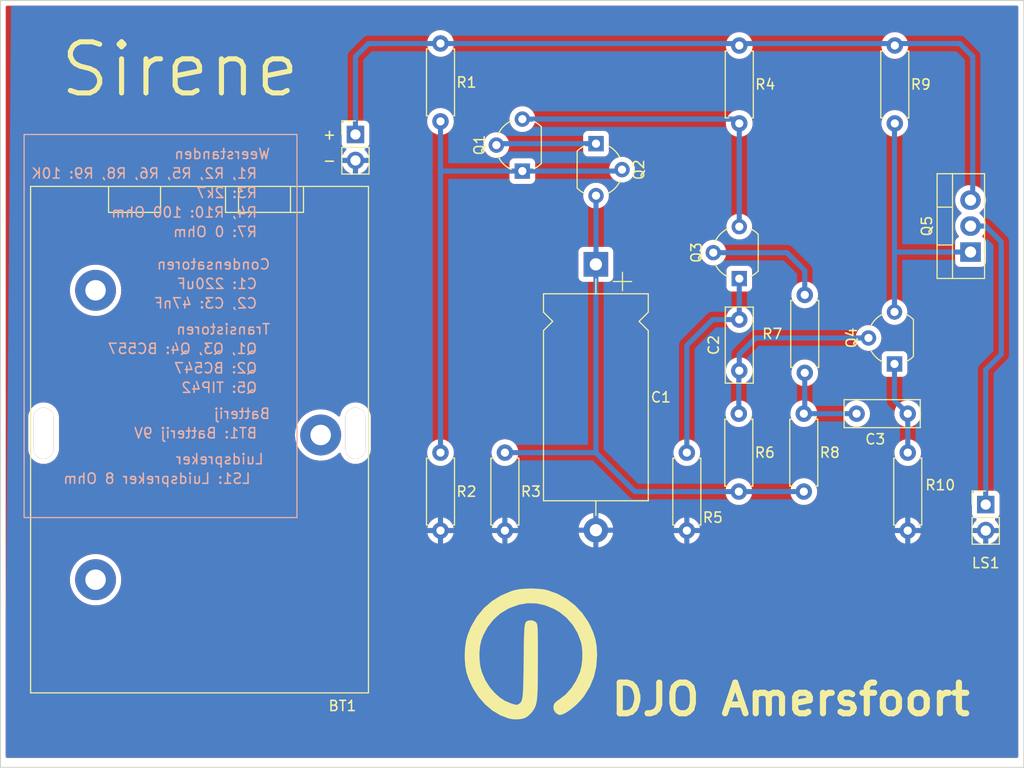
<source format=kicad_pcb>
(kicad_pcb (version 20211014) (generator pcbnew)
  (layers (0 "F.Cu" signal) (31 "B.Cu" signal) (34 "B.Paste" user) (35 "F.Paste" user) (36 "B.SilkS" user "B.Silkscreen") (37 "F.SilkS" user "F.Silkscreen") (38 "B.Mask" user) (39 "F.Mask" user) (44 "Edge.Cuts" user))
  (net 0 "")
  (net 1 "Net-(BT1-Pad1)")
  (net 2 "Net-(C1-Pad1)")
  (net 3 "Net-(C2-Pad2)")
  (net 4 "Net-(C2-Pad1)")
  (net 5 "Net-(C3-Pad2)")
  (net 6 "Net-(C3-Pad1)")
  (net 7 "Net-(LS1-Pad1)")
  (net 8 "Net-(Q1-Pad1)")
  (net 9 "Net-(Q1-Pad3)")
  (net 10 "Net-(Q1-Pad2)")
  (net 11 "Net-(Q4-Pad3)")
  (net 12 "GND")
  (net 13 "Net-(Q3-Pad2)")
  (footprint "Resistor_THT:R_Axial_DIN0207_L6.3mm_D2.5mm_P7.62mm_Horizontal" (layer "F.Cu") (at 103.505 65.405 -90)
    (fp_text reference "R8" (at 3.81 -2.54 180) (layer "F.SilkS"))
    (fp_text value "10k")
    (fp_line (start 7.08 -1.37) (end 7.08 -1.04) (layer "F.SilkS") (width 0.12))
    (fp_line (start 7.08 1.37) (end 7.08 1.04) (layer "F.SilkS") (width 0.12))
    (fp_line (start 0.54 -1.37) (end 7.08 -1.37) (layer "F.SilkS") (width 0.12))
    (fp_line (start 0.54 1.37) (end 7.08 1.37) (layer "F.SilkS") (width 0.12))
    (fp_line (start 0.54 1.04) (end 0.54 1.37) (layer "F.SilkS") (width 0.12))
    (fp_line (start 0.54 -1.04) (end 0.54 -1.37) (layer "F.SilkS") (width 0.12))
    (pad "1" thru_hole circle locked (at 0 0 270) (size 1.6 1.6) (drill 0.8) (layers *.Cu *.Mask) (net 5 "Net-(C3-Pad2)"))
    (pad "2" thru_hole oval locked (at 7.62 0 270) (size 1.6 1.6) (drill 0.8) (layers *.Cu *.Mask) (net 2 "Net-(C1-Pad1)"))
  )
  (footprint "Resistor_THT:R_Axial_DIN0207_L6.3mm_D2.5mm_P7.62mm_Horizontal" (layer "F.Cu") (at 112.4 29.4 -90)
    (fp_text reference "R9" (at 3.81 -2.54 180) (layer "F.SilkS"))
    (fp_text value "10k")
    (fp_line (start 0.54 -1.04) (end 0.54 -1.37) (layer "F.SilkS") (width 0.12))
    (fp_line (start 0.54 1.04) (end 0.54 1.37) (layer "F.SilkS") (width 0.12))
    (fp_line (start 0.54 -1.37) (end 7.08 -1.37) (layer "F.SilkS") (width 0.12))
    (fp_line (start 7.08 -1.37) (end 7.08 -1.04) (layer "F.SilkS") (width 0.12))
    (fp_line (start 0.54 1.37) (end 7.08 1.37) (layer "F.SilkS") (width 0.12))
    (fp_line (start 7.08 1.37) (end 7.08 1.04) (layer "F.SilkS") (width 0.12))
    (pad "1" thru_hole circle locked (at 0 0 270) (size 1.6 1.6) (drill 0.8) (layers *.Cu *.Mask) (net 1 "Net-(BT1-Pad1)"))
    (pad "2" thru_hole oval locked (at 7.62 0 270) (size 1.6 1.6) (drill 0.8) (layers *.Cu *.Mask) (net 11 "Net-(Q4-Pad3)"))
  )
  (footprint "Connector_PinHeader_2.54mm:PinHeader_1x02_P2.54mm_Vertical" (layer "F.Cu") (at 121.285 74.295)
    (fp_text reference "LS1" (at 0 5.715) (layer "F.SilkS"))
    (fp_text value "8 Ohm")
    (fp_line (start -1.33 3.87) (end 1.33 3.87) (layer "F.SilkS") (width 0.12))
    (fp_line (start -1.33 1.27) (end 1.33 1.27) (layer "F.SilkS") (width 0.12))
    (fp_line (start -1.33 -1.33) (end 0 -1.33) (layer "F.SilkS") (width 0.12))
    (fp_line (start -1.33 1.27) (end -1.33 3.87) (layer "F.SilkS") (width 0.12))
    (fp_line (start -1.33 0) (end -1.33 -1.33) (layer "F.SilkS") (width 0.12))
    (fp_line (start 1.33 1.27) (end 1.33 3.87) (layer "F.SilkS") (width 0.12))
    (pad "1" thru_hole rect locked (at 0 0) (size 1.7 1.7) (drill 1) (layers *.Cu *.Mask) (net 7 "Net-(LS1-Pad1)"))
    (pad "2" thru_hole oval locked (at 0 2.54) (size 1.7 1.7) (drill 1) (layers *.Cu *.Mask) (net 12 "GND"))
  )
  (footprint "Package_TO_SOT_THT:TO-92_Wide" (layer "F.Cu") (at 97.2 52.2 90)
    (fp_text reference "Q3" (at 2.55 -4.19 90) (layer "F.SilkS"))
    (fp_text value "BC557")
    (fp_line (start 0.74 1.85) (end 4.34 1.85) (layer "F.SilkS") (width 0.12))
    (fp_arc (start 0.172801 -1.103842) (mid 0.678995 -1.832692) (end 1.4 -2.35) (layer "F.SilkS") (width 0.12))
    (fp_arc (start 0.74 1.85) (mid 0.446097 1.509328) (end 0.215816 1.122795) (layer "F.SilkS") (width 0.12))
    (fp_arc (start 4.864184 1.122795) (mid 4.633903 1.509328) (end 4.34 1.85) (layer "F.SilkS") (width 0.12))
    (fp_arc (start 3.65 -2.35) (mid 4.382279 -1.833196) (end 4.895458 -1.098371) (layer "F.SilkS") (width 0.12))
    (pad "1" thru_hole rect (at 0 0 90) (size 1.5 1.5) (drill 0.8) (layers *.Cu *.Mask) (net 3 "Net-(C2-Pad2)"))
    (pad "2" thru_hole circle (at 2.54 -2.54 90) (size 1.5 1.5) (drill 0.8) (layers *.Cu *.Mask) (net 13 "Net-(Q3-Pad2)"))
    (pad "3" thru_hole circle (at 5.08 0 90) (size 1.5 1.5) (drill 0.8) (layers *.Cu *.Mask) (net 9 "Net-(Q1-Pad3)"))
  )
  (footprint "Capacitor_THT:C_Rect_L7.2mm_W2.5mm_P5.00mm_FKS2_FKP2_MKS2_MKP2" (layer "F.Cu") (at 97.2 61.2 90)
    (fp_text reference "C2" (at 2.5 -2.5 90) (layer "F.SilkS"))
    (fp_text value "47n")
    (fp_line (start -1.22 -1.37) (end -1.22 1.37) (layer "F.SilkS") (width 0.12))
    (fp_line (start 6.22 -1.37) (end 6.22 1.37) (layer "F.SilkS") (width 0.12))
    (fp_line (start -1.22 -1.37) (end 6.22 -1.37) (layer "F.SilkS") (width 0.12))
    (fp_line (start -1.22 1.37) (end 6.22 1.37) (layer "F.SilkS") (width 0.12))
    (pad "1" thru_hole circle locked (at 0 0 90) (size 1.6 1.6) (drill 0.8) (layers *.Cu *.Mask) (net 4 "Net-(C2-Pad1)"))
    (pad "2" thru_hole circle locked (at 5 0 90) (size 1.6 1.6) (drill 0.8) (layers *.Cu *.Mask) (net 3 "Net-(C2-Pad2)"))
  )
  (footprint "Capacitor_THT:C_Rect_L7.2mm_W2.5mm_P5.00mm_FKS2_FKP2_MKS2_MKP2" (layer "F.Cu") (at 113.665 65.405 180)
    (fp_text reference "C3" (at 3.175 -2.5) (layer "F.SilkS"))
    (fp_text value "47n")
    (fp_line (start 6.22 -1.37) (end 6.22 1.37) (layer "F.SilkS") (width 0.12))
    (fp_line (start -1.22 -1.37) (end -1.22 1.37) (layer "F.SilkS") (width 0.12))
    (fp_line (start -1.22 -1.37) (end 6.22 -1.37) (layer "F.SilkS") (width 0.12))
    (fp_line (start -1.22 1.37) (end 6.22 1.37) (layer "F.SilkS") (width 0.12))
    (pad "1" thru_hole circle locked (at 0 0 180) (size 1.6 1.6) (drill 0.8) (layers *.Cu *.Mask) (net 6 "Net-(C3-Pad1)"))
    (pad "2" thru_hole circle locked (at 5 0 180) (size 1.6 1.6) (drill 0.8) (layers *.Cu *.Mask) (net 5 "Net-(C3-Pad2)"))
  )
  (footprint "Package_TO_SOT_THT:TO-220-3_Vertical" (layer "F.Cu") (at 119.8 49.6 90)
    (fp_text reference "Q5" (at 2.54 -4.27 90) (layer "F.SilkS"))
    (fp_text value "TIP42")
    (fp_line (start 0.69 -3.27) (end 0.69 -1.76) (layer "F.SilkS") (width 0.12))
    (fp_line (start -2.58 1.371) (end 7.66 1.371) (layer "F.SilkS") (width 0.12))
    (fp_line (start -2.58 -1.76) (end 7.66 -1.76) (layer "F.SilkS") (width 0.12))
    (fp_line (start -2.58 -3.27) (end -2.58 1.371) (layer "F.SilkS") (width 0.12))
    (fp_line (start 7.66 -3.27) (end 7.66 1.371) (layer "F.SilkS") (width 0.12))
    (fp_line (start 4.391 -3.27) (end 4.391 -1.76) (layer "F.SilkS") (width 0.12))
    (fp_line (start -2.58 -3.27) (end 7.66 -3.27) (layer "F.SilkS") (width 0.12))
    (pad "1" thru_hole rect (at 0 0 90) (size 1.905 2) (drill 1.1) (layers *.Cu *.Mask) (net 11 "Net-(Q4-Pad3)"))
    (pad "2" thru_hole oval (at 2.54 0 90) (size 1.905 2) (drill 1.1) (layers *.Cu *.Mask) (net 7 "Net-(LS1-Pad1)"))
    (pad "3" thru_hole oval (at 5.08 0 90) (size 1.905 2) (drill 1.1) (layers *.Cu *.Mask) (net 1 "Net-(BT1-Pad1)"))
  )
  (footprint "Resistor_THT:R_Axial_DIN0207_L6.3mm_D2.5mm_P7.62mm_Horizontal" (layer "F.Cu") (at 68 29.2 -90)
    (fp_text reference "R1" (at 3.81 -2.54 180) (layer "F.SilkS"))
    (fp_text value "10k")
    (fp_line (start 7.08 1.37) (end 7.08 1.04) (layer "F.SilkS") (width 0.12))
    (fp_line (start 7.08 -1.37) (end 7.08 -1.04) (layer "F.SilkS") (width 0.12))
    (fp_line (start 0.54 -1.04) (end 0.54 -1.37) (layer "F.SilkS") (width 0.12))
    (fp_line (start 0.54 1.04) (end 0.54 1.37) (layer "F.SilkS") (width 0.12))
    (fp_line (start 0.54 1.37) (end 7.08 1.37) (layer "F.SilkS") (width 0.12))
    (fp_line (start 0.54 -1.37) (end 7.08 -1.37) (layer "F.SilkS") (width 0.12))
    (pad "1" thru_hole circle locked (at 0 0 270) (size 1.6 1.6) (drill 0.8) (layers *.Cu *.Mask) (net 1 "Net-(BT1-Pad1)"))
    (pad "2" thru_hole oval locked (at 7.62 0 270) (size 1.6 1.6) (drill 0.8) (layers *.Cu *.Mask) (net 8 "Net-(Q1-Pad1)"))
  )
  (footprint "Package_TO_SOT_THT:TO-92_Wide" (layer "F.Cu") (at 76 41.68 90)
    (fp_text reference "Q1" (at 2.55 -4.19 90) (layer "F.SilkS"))
    (fp_text value "BC557")
    (fp_line (start 0.74 1.85) (end 4.34 1.85) (layer "F.SilkS") (width 0.12))
    (fp_arc (start 4.864184 1.122795) (mid 4.633903 1.509328) (end 4.34 1.85) (layer "F.SilkS") (width 0.12))
    (fp_arc (start 0.74 1.85) (mid 0.446097 1.509328) (end 0.215816 1.122795) (layer "F.SilkS") (width 0.12))
    (fp_arc (start 0.172801 -1.103842) (mid 0.678995 -1.832692) (end 1.4 -2.35) (layer "F.SilkS") (width 0.12))
    (fp_arc (start 3.65 -2.35) (mid 4.382279 -1.833196) (end 4.895458 -1.098371) (layer "F.SilkS") (width 0.12))
    (pad "1" thru_hole rect (at 0 0 90) (size 1.5 1.5) (drill 0.8) (layers *.Cu *.Mask) (net 8 "Net-(Q1-Pad1)"))
    (pad "2" thru_hole circle (at 2.54 -2.54 90) (size 1.5 1.5) (drill 0.8) (layers *.Cu *.Mask) (net 10 "Net-(Q1-Pad2)"))
    (pad "3" thru_hole circle (at 5.08 0 90) (size 1.5 1.5) (drill 0.8) (layers *.Cu *.Mask) (net 9 "Net-(Q1-Pad3)"))
  )
  (footprint "Resistor_THT:R_Axial_DIN0207_L6.3mm_D2.5mm_P7.62mm_Horizontal" (layer "F.Cu") (at 113.665 69.215 -90)
    (fp_text reference "R10" (at 3.175 -3.175 180) (layer "F.SilkS"))
    (fp_text value "100R")
    (fp_line (start 0.54 -1.37) (end 7.08 -1.37) (layer "F.SilkS") (width 0.12))
    (fp_line (start 0.54 1.04) (end 0.54 1.37) (layer "F.SilkS") (width 0.12))
    (fp_line (start 7.08 1.37) (end 7.08 1.04) (layer "F.SilkS") (width 0.12))
    (fp_line (start 7.08 -1.37) (end 7.08 -1.04) (layer "F.SilkS") (width 0.12))
    (fp_line (start 0.54 -1.04) (end 0.54 -1.37) (layer "F.SilkS") (width 0.12))
    (fp_line (start 0.54 1.37) (end 7.08 1.37) (layer "F.SilkS") (width 0.12))
    (pad "1" thru_hole circle locked (at 0 0 270) (size 1.6 1.6) (drill 0.8) (layers *.Cu *.Mask) (net 6 "Net-(C3-Pad1)"))
    (pad "2" thru_hole oval locked (at 7.62 0 270) (size 1.6 1.6) (drill 0.8) (layers *.Cu *.Mask) (net 12 "GND"))
  )
  (footprint "Resistor_THT:R_Axial_DIN0207_L6.3mm_D2.5mm_P7.62mm_Horizontal" (layer "F.Cu") (at 103.6 61.41 90)
    (fp_text reference "R7" (at 3.81 -3.175 180) (layer "F.SilkS"))
    (fp_text value "0R")
    (fp_line (start 0.54 1.37) (end 7.08 1.37) (layer "F.SilkS") (width 0.12))
    (fp_line (start 0.54 1.04) (end 0.54 1.37) (layer "F.SilkS") (width 0.12))
    (fp_line (start 0.54 -1.37) (end 7.08 -1.37) (layer "F.SilkS") (width 0.12))
    (fp_line (start 0.54 -1.04) (end 0.54 -1.37) (layer "F.SilkS") (width 0.12))
    (fp_line (start 7.08 1.37) (end 7.08 1.04) (layer "F.SilkS") (width 0.12))
    (fp_line (start 7.08 -1.37) (end 7.08 -1.04) (layer "F.SilkS") (width 0.12))
    (pad "1" thru_hole circle locked (at 0 0 90) (size 1.6 1.6) (drill 0.8) (layers *.Cu *.Mask) (net 5 "Net-(C3-Pad2)"))
    (pad "2" thru_hole oval locked (at 7.62 0 90) (size 1.6 1.6) (drill 0.8) (layers *.Cu *.Mask) (net 13 "Net-(Q3-Pad2)"))
  )
  (footprint "Capacitor_THT:CP_Axial_L20.0mm_D10.0mm_P26.00mm_Horizontal" (layer "F.Cu") (at 83.185 50.8 -90)
    (fp_text reference "C1" (at 13 -6.35 180) (layer "F.SilkS"))
    (fp_text value "220u")
    (fp_line (start 2.88 -5.12) (end 4.68 -5.12) (layer "F.SilkS") (width 0.12))
    (fp_line (start 23.12 -5.12) (end 23.12 5.12) (layer "F.SilkS") (width 0.12))
    (fp_line (start 5.58 4.22) (end 6.48 5.12) (layer "F.SilkS") (width 0.12))
    (fp_line (start 1.68 -3.5) (end 1.68 -1.7) (layer "F.SilkS") (width 0.12))
    (fp_line (start 0.78 -2.6) (end 2.58 -2.6) (layer "F.SilkS") (width 0.12))
    (fp_line (start 6.48 -5.12) (end 23.12 -5.12) (layer "F.SilkS") (width 0.12))
    (fp_line (start 4.68 5.12) (end 5.58 4.22) (layer "F.SilkS") (width 0.12))
    (fp_line (start 6.48 5.12) (end 23.12 5.12) (layer "F.SilkS") (width 0.12))
    (fp_line (start 4.68 -5.12) (end 5.58 -4.22) (layer "F.SilkS") (width 0.12))
    (fp_line (start 2.88 -5.12) (end 2.88 5.12) (layer "F.SilkS") (width 0.12))
    (fp_line (start 2.88 5.12) (end 4.68 5.12) (layer "F.SilkS") (width 0.12))
    (fp_line (start 1.44 0) (end 2.88 0) (layer "F.SilkS") (width 0.12))
    (fp_line (start 24.56 0) (end 23.12 0) (layer "F.SilkS") (width 0.12))
    (fp_line (start 5.58 -4.22) (end 6.48 -5.12) (layer "F.SilkS") (width 0.12))
    (pad "1" thru_hole rect locked (at 0 0 270) (size 2.4 2.4) (drill 1.2) (layers *.Cu *.Mask) (net 2 "Net-(C1-Pad1)"))
    (pad "2" thru_hole oval locked (at 26 0 270) (size 2.4 2.4) (drill 1.2) (layers *.Cu *.Mask) (net 12 "GND"))
  )
  (footprint "Resistor_THT:R_Axial_DIN0207_L6.3mm_D2.5mm_P7.62mm_Horizontal" (layer "F.Cu") (at 97.2 29.4 -90)
    (fp_text reference "R4" (at 3.81 -2.54 180) (layer "F.SilkS"))
    (fp_text value "100R")
    (fp_line (start 0.54 1.37) (end 7.08 1.37) (layer "F.SilkS") (width 0.12))
    (fp_line (start 0.54 -1.37) (end 7.08 -1.37) (layer "F.SilkS") (width 0.12))
    (fp_line (start 7.08 1.37) (end 7.08 1.04) (layer "F.SilkS") (width 0.12))
    (fp_line (start 0.54 1.04) (end 0.54 1.37) (layer "F.SilkS") (width 0.12))
    (fp_line (start 0.54 -1.04) (end 0.54 -1.37) (layer "F.SilkS") (width 0.12))
    (fp_line (start 7.08 -1.37) (end 7.08 -1.04) (layer "F.SilkS") (width 0.12))
    (pad "1" thru_hole circle locked (at 0 0 270) (size 1.6 1.6) (drill 0.8) (layers *.Cu *.Mask) (net 1 "Net-(BT1-Pad1)"))
    (pad "2" thru_hole oval locked (at 7.62 0 270) (size 1.6 1.6) (drill 0.8) (layers *.Cu *.Mask) (net 9 "Net-(Q1-Pad3)"))
  )
  (footprint "Package_TO_SOT_THT:TO-92_Wide" (layer "F.Cu") (at 83.2 39 -90)
    (fp_text reference "Q2" (at 2.55 -4.19 90) (layer "F.SilkS"))
    (fp_text value "BC547")
    (fp_line (start 0.74 1.85) (end 4.34 1.85) (layer "F.SilkS") (width 0.12))
    (fp_arc (start 4.864184 1.122795) (mid 4.633903 1.509328) (end 4.34 1.85) (layer "F.SilkS") (width 0.12))
    (fp_arc (start 0.172801 -1.103842) (mid 0.678995 -1.832692) (end 1.4 -2.35) (layer "F.SilkS") (width 0.12))
    (fp_arc (start 3.65 -2.35) (mid 4.382279 -1.833196) (end 4.895458 -1.098371) (layer "F.SilkS") (width 0.12))
    (fp_arc (start 0.74 1.85) (mid 0.446097 1.509328) (end 0.215816 1.122795) (layer "F.SilkS") (width 0.12))
    (pad "1" thru_hole rect (at 0 0 270) (size 1.5 1.5) (drill 0.8) (layers *.Cu *.Mask) (net 10 "Net-(Q1-Pad2)"))
    (pad "2" thru_hole circle (at 2.54 -2.54 270) (size 1.5 1.5) (drill 0.8) (layers *.Cu *.Mask) (net 8 "Net-(Q1-Pad1)"))
    (pad "3" thru_hole circle (at 5.08 0 270) (size 1.5 1.5) (drill 0.8) (layers *.Cu *.Mask) (net 2 "Net-(C1-Pad1)"))
  )
  (footprint "Resistor_THT:R_Axial_DIN0207_L6.3mm_D2.5mm_P7.62mm_Horizontal" (layer "F.Cu") (at 68 69.215 -90)
    (fp_text reference "R2" (at 3.81 -2.54 180) (layer "F.SilkS"))
    (fp_text value "10k")
    (fp_line (start 0.54 -1.04) (end 0.54 -1.37) (layer "F.SilkS") (width 0.12))
    (fp_line (start 0.54 1.04) (end 0.54 1.37) (layer "F.SilkS") (width 0.12))
    (fp_line (start 7.08 1.37) (end 7.08 1.04) (layer "F.SilkS") (width 0.12))
    (fp_line (start 7.08 -1.37) (end 7.08 -1.04) (layer "F.SilkS") (width 0.12))
    (fp_line (start 0.54 1.37) (end 7.08 1.37) (layer "F.SilkS") (width 0.12))
    (fp_line (start 0.54 -1.37) (end 7.08 -1.37) (layer "F.SilkS") (width 0.12))
    (pad "1" thru_hole circle locked (at 0 0 270) (size 1.6 1.6) (drill 0.8) (layers *.Cu *.Mask) (net 8 "Net-(Q1-Pad1)"))
    (pad "2" thru_hole oval locked (at 7.62 0 270) (size 1.6 1.6) (drill 0.8) (layers *.Cu *.Mask) (net 12 "GND"))
  )
  (footprint "Package_TO_SOT_THT:TO-92_Wide" (layer "F.Cu") (at 112.37 60.54 90)
    (fp_text reference "Q4" (at 2.55 -4.19 90) (layer "F.SilkS"))
    (fp_text value "BC557")
    (fp_line (start 0.74 1.85) (end 4.34 1.85) (layer "F.SilkS") (width 0.12))
    (fp_arc (start 0.74 1.85) (mid 0.446097 1.509328) (end 0.215816 1.122795) (layer "F.SilkS") (width 0.12))
    (fp_arc (start 3.65 -2.35) (mid 4.382279 -1.833196) (end 4.895458 -1.098371) (layer "F.SilkS") (width 0.12))
    (fp_arc (start 4.864184 1.122795) (mid 4.633903 1.509328) (end 4.34 1.85) (layer "F.SilkS") (width 0.12))
    (fp_arc (start 0.172801 -1.103842) (mid 0.678995 -1.832692) (end 1.4 -2.35) (layer "F.SilkS") (width 0.12))
    (pad "1" thru_hole rect (at 0 0 90) (size 1.5 1.5) (drill 0.8) (layers *.Cu *.Mask) (net 6 "Net-(C3-Pad1)"))
    (pad "2" thru_hole circle (at 2.54 -2.54 90) (size 1.5 1.5) (drill 0.8) (layers *.Cu *.Mask) (net 4 "Net-(C2-Pad1)"))
    (pad "3" thru_hole circle (at 5.08 0 90) (size 1.5 1.5) (drill 0.8) (layers *.Cu *.Mask) (net 11 "Net-(Q4-Pad3)"))
  )
  (footprint "Resistor_THT:R_Axial_DIN0207_L6.3mm_D2.5mm_P7.62mm_Horizontal" (layer "F.Cu") (at 74.295 69.215 -90)
    (fp_text reference "R3" (at 3.81 -2.54 180) (layer "F.SilkS"))
    (fp_text value "2k7")
    (fp_line (start 0.54 -1.04) (end 0.54 -1.37) (layer "F.SilkS") (width 0.12))
    (fp_line (start 7.08 -1.37) (end 7.08 -1.04) (layer "F.SilkS") (width 0.12))
    (fp_line (start 0.54 1.04) (end 0.54 1.37) (layer "F.SilkS") (width 0.12))
    (fp_line (start 0.54 -1.37) (end 7.08 -1.37) (layer "F.SilkS") (width 0.12))
    (fp_line (start 0.54 1.37) (end 7.08 1.37) (layer "F.SilkS") (width 0.12))
    (fp_line (start 7.08 1.37) (end 7.08 1.04) (layer "F.SilkS") (width 0.12))
    (pad "1" thru_hole circle locked (at 0 0 270) (size 1.6 1.6) (drill 0.8) (layers *.Cu *.Mask) (net 2 "Net-(C1-Pad1)"))
    (pad "2" thru_hole oval locked (at 7.62 0 270) (size 1.6 1.6) (drill 0.8) (layers *.Cu *.Mask) (net 12 "GND"))
  )
  (footprint "Resistor_THT:R_Axial_DIN0207_L6.3mm_D2.5mm_P7.62mm_Horizontal" (layer "F.Cu") (at 92.075 69.215 -90)
    (fp_text reference "R5" (at 6.35 -2.54 180) (layer "F.SilkS"))
    (fp_text value "10k")
    (fp_line (start 7.08 -1.37) (end 7.08 -1.04) (layer "F.SilkS") (width 0.12))
    (fp_line (start 0.54 1.04) (end 0.54 1.37) (layer "F.SilkS") (width 0.12))
    (fp_line (start 0.54 1.37) (end 7.08 1.37) (layer "F.SilkS") (width 0.12))
    (fp_line (start 0.54 -1.04) (end 0.54 -1.37) (layer "F.SilkS") (width 0.12))
    (fp_line (start 7.08 1.37) (end 7.08 1.04) (layer "F.SilkS") (width 0.12))
    (fp_line (start 0.54 -1.37) (end 7.08 -1.37) (layer "F.SilkS") (width 0.12))
    (pad "1" thru_hole circle locked (at 0 0 270) (size 1.6 1.6) (drill 0.8) (layers *.Cu *.Mask) (net 3 "Net-(C2-Pad2)"))
    (pad "2" thru_hole oval locked (at 7.62 0 270) (size 1.6 1.6) (drill 0.8) (layers *.Cu *.Mask) (net 12 "GND"))
  )
  (footprint "DJO logo:DJO logo 16mm" (layer "F.Cu") (at 76.835 88.9)
    (fp_text reference "G***" hide)
    (fp_text value "LOGO" hide)
    (fp_poly (pts (xy 0.663093 -6.372441) (xy 1.224879 -6.313298) (xy 1.608667 -6.234929) (xy 2.592869 -5.878536) (xy 3.499433 -5.377154) (xy 4.313645 -4.743003) (xy 5.020788 -3.988304) (xy 5.606146 -3.125275) (xy 5.803286 -2.751666) (xy 6.098758 -2.080155) (xy 6.297398 -1.4535) (xy 6.413285 -0.809387) (xy 6.460504 -0.085503) (xy 6.463407 0.169334) (xy 6.386902 1.242459) (xy 6.153638 2.252439) (xy 5.762227 3.203466) (xy 5.21128 4.099732) (xy 5.119998 4.222846) (xy 4.791581 4.613055) (xy 4.417601 4.987019) (xy 4.023529 5.326147) (xy 3.634837 5.611848) (xy 3.276997 5.825531) (xy 2.97548 5.948605) (xy 2.755759 5.962481) (xy 2.742265 5.958241) (xy 2.43416 5.774744) (xy 2.248187 5.502456) (xy 2.204026 5.255742) (xy 2.231604 5.005447) (xy 2.329692 4.808819) (xy 2.529103 4.622548) (xy 2.770722 4.459151) (xy 3.388149 3.977682) (xy 3.942642 3.360553) (xy 4.412705 2.636288) (xy 4.776845 1.833411) (xy 4.801674 1.764024) (xy 4.944482 1.199999) (xy 5.022482 0.546726) (xy 5.034037 -0.132244) (xy 4.977508 -0.77336) (xy 4.878777 -1.227666) (xy 4.537445 -2.092265) (xy 4.064864 -2.871228) (xy 3.475527 -3.546954) (xy 2.783927 -4.101846) (xy 2.267176 -4.39893) (xy 1.392913 -4.754094) (xy 0.539592 -4.943278) (xy -0.305341 -4.966489) (xy -1.154436 -4.823734) (xy -2.020246 -4.51502) (xy -2.261793 -4.401597) (xy -3.012484 -3.938888) (xy -3.67287 -3.342053) (xy -4.228357 -2.628435) (xy -4.664348 -1.815373) (xy -4.849559 -1.327083) (xy -4.974906 -0.771595) (xy -5.031722 -0.122903) (xy -5.020942 0.557765) (xy -4.943497 1.209183) (xy -4.802475 1.764024) (xy -4.452006 2.579594) (xy -4.008115 3.280006) (xy -3.536769 3.816683) (xy -3.038106 4.261872) (xy -2.544293 4.585132) (xy -1.998232 4.822129) (xy -1.847399 4.871911) (xy -1.571322 4.952799) (xy -1.398385 4.978957) (xy -1.271788 4.951271) (xy -1.153099 4.882737) (xy -1.058129 4.811157) (xy -0.978806 4.721698) (xy -0.913527 4.59917) (xy -0.86069 4.428386) (xy -0.818693 4.194154) (xy -0.785932 3.881287) (xy -0.760804 3.474596) (xy -0.741708 2.95889) (xy -0.727039 2.318981) (xy -0.715196 1.53968) (xy -0.704879 0.635) (xy -0.695117 -0.263976) (xy -0.684995 -1.008685) (xy -0.672607 -1.614187) (xy -0.656045 -2.095542) (xy -0.633401 -2.467809) (xy -0.602769 -2.746048) (xy -0.56224 -2.945319) (xy -0.509907 -3.080681) (xy -0.443863 -3.167194) (xy -0.362201 -3.219917) (xy -0.263012 -3.253911) (xy -0.210595 -3.267501) (xy 0.127123 -3.28148) (xy 0.414443 -3.159763) (xy 0.554411 -3.011326) (xy 0.587493 -2.94358) (xy 0.614605 -2.840589) (xy 0.636269 -2.686786) (xy 0.653007 -2.466605) (xy 0.665343 -2.164479) (xy 0.673797 -1.764842) (xy 0.678893 -1.252127) (xy 0.681154 -0.610767) (xy 0.681102 0.174804) (xy 0.68015 0.734785) (xy 0.677221 1.668113) (xy 0.671836 2.449087) (xy 0.662669 3.094681) (xy 0.648394 3.62187) (xy 0.627684 4.047629) (xy 0.599214 4.388931) (xy 0.561657 4.662753) (xy 0.513688 4.886068) (xy 0.453979 5.075853) (xy 0.381205 5.24908) (xy 0.317384 5.378093) (xy 0.065535 5.739251) (xy -0.274278 6.064678) (xy -0.541135 6.240135) (xy -0.879048 6.349757) (xy -1.311586 6.39846) (xy -1.774358 6.383529) (xy -2.178935 6.309178) (xy -2.989314 5.99666) (xy -3.758763 5.533265) (xy -4.468107 4.936047) (xy -5.098174 4.222059) (xy -5.62979 3.408353) (xy -5.793285 3.094486) (xy -6.094652 2.41386) (xy -6.296416 1.788837) (xy -6.413453 1.154481) (xy -6.460639 0.445856) (xy -6.463406 0.169334) (xy -6.434925 -0.592637) (xy -6.342215 -1.255182) (xy -6.171196 -1.880616) (xy -5.907785 -2.531252) (xy -5.803285 -2.751666) (xy -5.268121 -3.661438) (xy -4.607676 -4.460809) (xy -3.831426 -5.141918) (xy -2.948846 -5.696907) (xy -1.969411 -6.117915) (xy -1.608666 -6.231249) (xy -1.148748 -6.323084) (xy -0.579578 -6.37727) (xy 0.042989 -6.393744) (xy 0.663093 -6.372441)) (layer "F.SilkS") (width 0.01) (fill solid))
  )
  (footprint "Resistor_THT:R_Axial_DIN0207_L6.3mm_D2.5mm_P7.62mm_Horizontal" (layer "F.Cu") (at 97.155 65.405 -90)
    (fp_text reference "R6" (at 3.81 -2.54 180) (layer "F.SilkS"))
    (fp_text value "10k")
    (fp_line (start 0.54 -1.04) (end 0.54 -1.37) (layer "F.SilkS") (width 0.12))
    (fp_line (start 7.08 -1.37) (end 7.08 -1.04) (layer "F.SilkS") (width 0.12))
    (fp_line (start 0.54 1.37) (end 7.08 1.37) (layer "F.SilkS") (width 0.12))
    (fp_line (start 0.54 -1.37) (end 7.08 -1.37) (layer "F.SilkS") (width 0.12))
    (fp_line (start 0.54 1.04) (end 0.54 1.37) (layer "F.SilkS") (width 0.12))
    (fp_line (start 7.08 1.37) (end 7.08 1.04) (layer "F.SilkS") (width 0.12))
    (pad "1" thru_hole circle locked (at 0 0 270) (size 1.6 1.6) (drill 0.8) (layers *.Cu *.Mask) (net 4 "Net-(C2-Pad1)"))
    (pad "2" thru_hole oval locked (at 7.62 0 270) (size 1.6 1.6) (drill 0.8) (layers *.Cu *.Mask) (net 2 "Net-(C1-Pad1)"))
  )
  (footprint "9v batterij:9v batterij" (layer "F.Cu") (at 44.45 67.31)
    (fp_text reference "BT1" (at 13.97 26.67) (layer "F.SilkS"))
    (fp_text value "9V")
    (fp_text user "+" (at 12.7 -29.21) (layer "F.SilkS"))
    (fp_text user "-" (at 12.7 -26.67) (layer "F.SilkS"))
    (fp_line (start 2.54 -21.59) (end 10.16 -21.59) (layer "F.SilkS") (width 0.12))
    (fp_line (start 3.81 -21.59) (end 3.81 -24.13) (layer "F.SilkS") (width 0.12))
    (fp_line (start 10.16 -21.59) (end 10.16 -24.13) (layer "F.SilkS") (width 0.12))
    (fp_line (start 16.57 -27.94) (end 16.57 -25.34) (layer "F.SilkS") (width 0.12))
    (fp_line (start 13.91 -29.21) (end 13.91 -30.54) (layer "F.SilkS") (width 0.12))
    (fp_line (start 13.91 -25.34) (end 16.57 -25.34) (layer "F.SilkS") (width 0.12))
    (fp_line (start 13.91 -27.94) (end 13.91 -25.34) (layer "F.SilkS") (width 0.12))
    (fp_line (start 8.89 -21.59) (end 8.89 -24.13) (layer "F.SilkS") (width 0.12))
    (fp_line (start -3.81 -21.59) (end -3.81 -24.13) (layer "F.SilkS") (width 0.12))
    (fp_line (start -16.51 -24.13) (end 16.51 -24.13) (layer "F.SilkS") (width 0.12))
    (fp_line (start -8.89 -24.13) (end -8.89 -21.59) (layer "F.SilkS") (width 0.12))
    (fp_line (start 16.51 -24.13) (end 16.51 25.4) (layer "F.SilkS") (width 0.12))
    (fp_line (start -8.89 -21.59) (end -3.81 -21.59) (layer "F.SilkS") (width 0.12))
    (fp_line (start 13.91 -30.54) (end 15.24 -30.54) (layer "F.SilkS") (width 0.12))
    (fp_line (start -16.51 25.4) (end -16.51 -24.13) (layer "F.SilkS") (width 0.12))
    (fp_line (start 13.91 -27.94) (end 16.57 -27.94) (layer "F.SilkS") (width 0.12))
    (fp_line (start 16.51 25.4) (end -16.51 25.4) (layer "F.SilkS") (width 0.12))
    (fp_line (start 2.54 -24.13) (end 2.54 -21.59) (layer "F.SilkS") (width 0.12))
    (pad "" thru_hole oval locked (at -15.24 0) (size 2 5) (drill oval 2 5) (layers *.Cu *.Mask))
    (pad "" thru_hole oval locked (at 15.24 0) (size 2 5) (drill oval 2 5) (layers *.Cu *.Mask))
    (pad "" thru_hole circle locked (at -10.16 -13.97) (size 4 4) (drill 2) (layers *.Cu *.Mask))
    (pad "" thru_hole circle locked (at 11.84 0.18) (size 4 4) (drill 2) (layers *.Cu *.Mask))
    (pad "" thru_hole circle locked (at -10.16 14.33) (size 4 4) (drill 2) (layers *.Cu *.Mask))
    (pad "1" thru_hole rect locked (at 15.24 -29.21) (size 1.7 1.7) (drill 1) (layers *.Cu *.Mask) (net 1 "Net-(BT1-Pad1)"))
    (pad "2" thru_hole oval locked (at 15.24 -26.67) (size 1.7 1.7) (drill 1) (layers *.Cu *.Mask) (net 12 "GND"))
  )
  (gr_line (start 27.305 38.1) (end 27.305 75.565) (layer "B.SilkS") (width 0.12))
  (gr_line (start 27.305 38.1) (end 53.975 38.1) (layer "B.SilkS") (width 0.12))
  (gr_line (start 53.975 38.1) (end 53.975 75.565) (layer "B.SilkS") (width 0.12))
  (gr_line (start 53.975 75.565) (end 27.305 75.565) (layer "B.SilkS") (width 0.12))
  (gr_line (start 125 25) (end 125 100) (layer "Edge.Cuts") (width 0.1))
  (gr_line (start 25 100) (end 25 25) (layer "Edge.Cuts") (width 0.1))
  (gr_line (start 125 100) (end 25 100) (layer "Edge.Cuts") (width 0.1))
  (gr_line (start 25 25) (end 125 25) (layer "Edge.Cuts") (width 0.1))
  (gr_text "Condensatoren" (at 51.435 50.8) (layer "B.SilkS") (effects (font (size 1 1)) (justify left mirror)))
  (gr_text "R7: 0 Ohm" (at 50.165 47.625) (layer "B.SilkS") (effects (font (size 1 1)) (justify left mirror)))
  (gr_text "C1: 220uF" (at 50.165 52.705) (layer "B.SilkS") (effects (font (size 1 1)) (justify left mirror)))
  (gr_text "R4, R10: 100 Ohm" (at 50.165 45.72) (layer "B.SilkS") (effects (font (size 1 1)) (justify left mirror)))
  (gr_text "Batterij" (at 51.435 65.405) (layer "B.SilkS") (effects (font (size 1 1)) (justify left mirror)))
  (gr_text "BT1: Batterij 9V" (at 50.165 67.31) (layer "B.SilkS") (effects (font (size 1 1)) (justify left mirror)))
  (gr_text "Transistoren" (at 51.435 57.15) (layer "B.SilkS") (effects (font (size 1 1)) (justify left mirror)))
  (gr_text "C2, C3: 47nF" (at 50.165 54.61) (layer "B.SilkS") (effects (font (size 1 1)) (justify left mirror)))
  (gr_text "R1, R2, R5, R6, R8, R9: 10K" (at 50.165 41.91) (layer "B.SilkS") (effects (font (size 1 1)) (justify left mirror)))
  (gr_text "Weerstanden" (at 51.435 40.005) (layer "B.SilkS") (effects (font (size 1 1)) (justify left mirror)))
  (gr_text "R3: 2k7" (at 50.165 43.815) (layer "B.SilkS") (effects (font (size 1 1)) (justify left mirror)))
  (gr_text "Q2: BC547" (at 50.165 60.96) (layer "B.SilkS") (effects (font (size 1 1)) (justify left mirror)))
  (gr_text "Q1, Q3, Q4: BC557" (at 50.165 59.055) (layer "B.SilkS") (effects (font (size 1 1)) (justify left mirror)))
  (gr_text "Q5: TIP42" (at 50.165 62.865) (layer "B.SilkS") (effects (font (size 1 1)) (justify left mirror)))
  (gr_text "LS1: Luidspreker 8 Ohm" (at 49.53 71.755) (layer "B.SilkS") (effects (font (size 1 1)) (justify left mirror)))
  (gr_text "Luidspreker" (at 50.8 69.85) (layer "B.SilkS") (effects (font (size 1 1)) (justify left mirror)))
  (gr_text "DJO Amersfoort" (at 102.235 93.345) (layer "F.SilkS") (effects (font (size 3 3) (thickness 0.6))))
  (gr_text "Sirene" (at 42.545 31.75) (layer "F.SilkS") (effects (font (size 5 5) (thickness 0.5))))
  (segment (start 120.015 30.48) (end 120.015 44.305) (width 0.5) (layer "B.Cu") (net 1))
  (segment (start 112.4 29.4) (end 112.59 29.21) (width 0.5) (layer "B.Cu") (net 1))
  (segment (start 97.39 29.21) (end 112.21 29.21) (width 0.5) (layer "B.Cu") (net 1))
  (segment (start 60.96 29.21) (end 59.69 30.48) (width 0.5) (layer "B.Cu") (net 1))
  (segment (start 68.01 29.21) (end 97.01 29.21) (width 0.5) (layer "B.Cu") (net 1))
  (segment (start 118.745 29.21) (end 120.015 30.48) (width 0.5) (layer "B.Cu") (net 1))
  (segment (start 68 29.2) (end 67.99 29.21) (width 0.5) (layer "B.Cu") (net 1))
  (segment (start 97.2 29.4) (end 97.39 29.21) (width 0.5) (layer "B.Cu") (net 1))
  (segment (start 68 29.2) (end 68.01 29.21) (width 0.5) (layer "B.Cu") (net 1))
  (segment (start 59.69 30.48) (end 59.69 36.068) (width 0.5) (layer "B.Cu") (net 1))
  (segment (start 59.69 38.1) (end 59.69 36.195) (width 0.5) (layer "B.Cu") (net 1))
  (segment (start 97.01 29.21) (end 97.2 29.4) (width 0.5) (layer "B.Cu") (net 1))
  (segment (start 120.015 44.305) (end 119.8 44.52) (width 0.5) (layer "B.Cu") (net 1))
  (segment (start 67.99 29.21) (end 60.96 29.21) (width 0.5) (layer "B.Cu") (net 1))
  (segment (start 112.21 29.21) (end 112.4 29.4) (width 0.5) (layer "B.Cu") (net 1))
  (segment (start 112.59 29.21) (end 118.745 29.21) (width 0.5) (layer "B.Cu") (net 1))
  (segment (start 83.185 69.215) (end 83.215 69.215) (width 0.5) (layer "B.Cu") (net 2))
  (segment (start 97.155 73.025) (end 86.995 73.025) (width 0.5) (layer "B.Cu") (net 2))
  (segment (start 74.295 69.215) (end 83.185 69.215) (width 0.5) (layer "B.Cu") (net 2))
  (segment (start 83.2 44.08) (end 83.2 50.785) (width 0.5) (layer "B.Cu") (net 2))
  (segment (start 83.185 69.215) (end 83.185 50.8) (width 0.5) (layer "B.Cu") (net 2))
  (segment (start 83.2 50.785) (end 83.185 50.8) (width 0.5) (layer "B.Cu") (net 2))
  (segment (start 103.505 73.025) (end 97.155 73.025) (width 0.5) (layer "B.Cu") (net 2))
  (segment (start 86.995 73.025) (end 83.185 69.215) (width 0.5) (layer "B.Cu") (net 2))
  (segment (start 94.6 56.2) (end 92.075 58.725) (width 0.5) (layer "B.Cu") (net 3))
  (segment (start 97.2 52.2) (end 97.2 56.2) (width 0.5) (layer "B.Cu") (net 3))
  (segment (start 97.2 56.2) (end 94.6 56.2) (width 0.5) (layer "B.Cu") (net 3))
  (segment (start 92.075 58.725) (end 92.075 69.215) (width 0.5) (layer "B.Cu") (net 3))
  (segment (start 92.155 69.135) (end 92.075 69.215) (width 0.5) (layer "B.Cu") (net 3))
  (segment (start 97.2 61.2) (end 97.2 59.6) (width 0.5) (layer "B.Cu") (net 4))
  (segment (start 97.155 61.245) (end 97.2 61.2) (width 0.5) (layer "B.Cu") (net 4))
  (segment (start 98.8 58) (end 109.83 58) (width 0.5) (layer "B.Cu") (net 4))
  (segment (start 97.2 59.6) (end 98.8 58) (width 0.5) (layer "B.Cu") (net 4))
  (segment (start 97.155 65.405) (end 97.155 61.245) (width 0.5) (layer "B.Cu") (net 4))
  (segment (start 103.6 61.41) (end 103.6 65.31) (width 0.5) (layer "B.Cu") (net 5))
  (segment (start 108.585 65.325) (end 108.665 65.405) (width 0.5) (layer "B.Cu") (net 5))
  (segment (start 103.6 65.31) (end 103.505 65.405) (width 0.5) (layer "B.Cu") (net 5))
  (segment (start 108.665 65.405) (end 103.505 65.405) (width 0.5) (layer "B.Cu") (net 5))
  (segment (start 113.665 69.215) (end 113.665 65.405) (width 0.5) (layer "B.Cu") (net 6))
  (segment (start 112.37 64.11) (end 113.665 65.405) (width 0.5) (layer "B.Cu") (net 6))
  (segment (start 112.37 60.54) (end 112.37 64.11) (width 0.5) (layer "B.Cu") (net 6))
  (segment (start 121.285 61.115) (end 121.285 74.295) (width 0.5) (layer "B.Cu") (net 7))
  (segment (start 122.8 48.6) (end 121.26 47.06) (width 0.5) (layer "B.Cu") (net 7))
  (segment (start 122.8 48.6) (end 122.8 59.6) (width 0.5) (layer "B.Cu") (net 7))
  (segment (start 122.8 59.6) (end 121.285 61.115) (width 0.5) (layer "B.Cu") (net 7))
  (segment (start 121.26 47.06) (end 119.8 47.06) (width 0.5) (layer "B.Cu") (net 7))
  (segment (start 85.6 41.68) (end 85.74 41.54) (width 0.5) (layer "B.Cu") (net 8))
  (segment (start 76 41.68) (end 85.6 41.68) (width 0.5) (layer "B.Cu") (net 8))
  (segment (start 68 36.82) (end 68 41.6) (width 0.5) (layer "B.Cu") (net 8))
  (segment (start 68 41.6) (end 68 69.215) (width 0.5) (layer "B.Cu") (net 8))
  (segment (start 68 41.6) (end 68.08 41.68) (width 0.5) (layer "B.Cu") (net 8))
  (segment (start 68.08 41.68) (end 76 41.68) (width 0.5) (layer "B.Cu") (net 8))
  (segment (start 76 36.6) (end 96.78 36.6) (width 0.5) (layer "B.Cu") (net 9))
  (segment (start 76.23 36.83) (end 76 36.6) (width 0.5) (layer "B.Cu") (net 9))
  (segment (start 97.2 37.02) (end 97.2 47.12) (width 0.5) (layer "B.Cu") (net 9))
  (segment (start 96.78 36.6) (end 97.2 37.02) (width 0.5) (layer "B.Cu") (net 9))
  (segment (start 83.2 39) (end 73.6 39) (width 0.5) (layer "B.Cu") (net 10))
  (segment (start 73.6 39) (end 73.46 39.14) (width 0.5) (layer "B.Cu") (net 10))
  (segment (start 112.37 49.63) (end 112.37 36.97) (width 0.5) (layer "B.Cu") (net 11))
  (segment (start 112.37 36.97) (end 112.2 36.8) (width 0.5) (layer "B.Cu") (net 11))
  (segment (start 119.73 49.53) (end 119.8 49.6) (width 0.5) (layer "B.Cu") (net 11))
  (segment (start 112.37 55.46) (end 112.37 49.63) (width 0.5) (layer "B.Cu") (net 11))
  (segment (start 119.8 49.6) (end 112.4 49.6) (width 0.5) (layer "B.Cu") (net 11))
  (segment (start 112.4 49.6) (end 112.37 49.63) (width 0.5) (layer "B.Cu") (net 11))
  (segment (start 103.6 51.4) (end 103.6 53.79) (width 0.5) (layer "B.Cu") (net 13))
  (segment (start 94.66 49.66) (end 101.86 49.66) (width 0.5) (layer "B.Cu") (net 13))
  (segment (start 101.86 49.66) (end 103.6 51.4) (width 0.5) (layer "B.Cu") (net 13))
  (zone (net 0) (net_name "") (layer "F.Cu") (connect_pads (clearance 0.508)) (min_thickness 0.254) (fill yes (thermal_gap 0.508) (thermal_bridge_width 0.508))
    (polygon (pts (xy 124.46 99.06) (xy 25.4 99.06) (xy 25.4 25.4) (xy 124.46 25.4)))
  )
  (zone (net 12) (net_name "GND") (layer "B.Cu") (connect_pads (clearance 0.508)) (min_thickness 0.254) (fill yes (thermal_gap 0.508) (thermal_bridge_width 0.508))
    (polygon (pts (xy 124.46 99.06) (xy 25.4 99.06) (xy 26.035 25.4) (xy 124.46 25.4)))
  )
)
</source>
